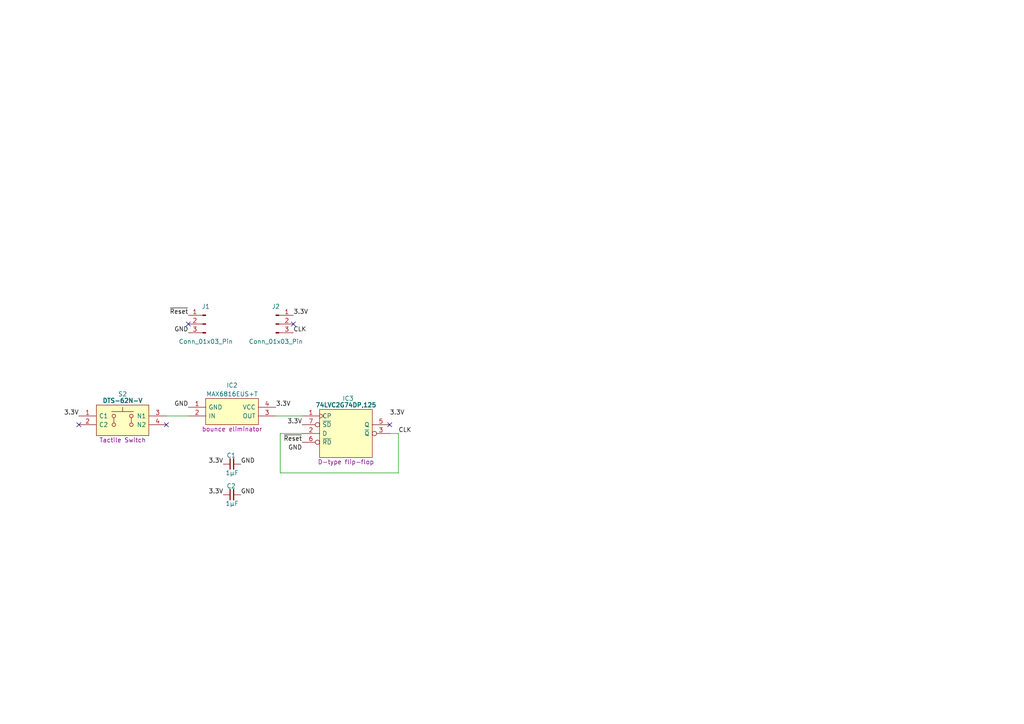
<source format=kicad_sch>
(kicad_sch (version 20230121) (generator eeschema)
  (paper "A4")
  (title_block (title "Push Button Clock") (date "2023-12-06") (rev "V1"))
  (lib_symbols
    (symbol "Connector:Conn_01x03_Pin" (pin_names (offset 1.016) hide)
      (property "Reference" "J" (at 0 5.08 0))
      (property "Value" "Conn_01x03_Pin" (at 0 -5.08 0))
      (symbol "Conn_01x03_Pin_1_1"
        (polyline (pts (xy 1.27 -2.54) (xy 0.8636 -2.54)) (stroke (width 0.1524)))
        (polyline (pts (xy 1.27 0) (xy 0.8636 0)) (stroke (width 0.1524)))
        (polyline (pts (xy 1.27 2.54) (xy 0.8636 2.54)) (stroke (width 0.1524)))
        (rectangle (start 0.8636 -2.413) (end 0 -2.667) (stroke (width 0.1524)) (fill (type outline)))
        (rectangle (start 0.8636 0.127) (end 0 -0.127) (stroke (width 0.1524)) (fill (type outline)))
        (rectangle (start 0.8636 2.667) (end 0 2.413) (stroke (width 0.1524)) (fill (type outline)))
        (pin passive line (at 5.08 2.54 180) (length 3.81) (name "Pin_1") (number "1"))
        (pin passive line (at 5.08 0 180) (length 3.81) (name "Pin_2") (number "2"))
        (pin passive line (at 5.08 -2.54 180) (length 3.81) (name "Pin_3") (number "3"))
      )
    )
    (symbol "Diptronic:DTS-62N-V" (pin_names (offset 0.762))
      (property "Reference" "S" (at 12.7 6.35 0))
      (property "Value" "DTS-62N-V" (at 12.7 4.445 0))
      (property "Description" "Tactile Switch" (at 12.7 -6.985 0))
      (symbol "DTS-62N-V_0_0"
        (pin passive line (at 0 0 0) (length 5.08) (name "C1") (number "1"))
        (pin passive line (at 0 -2.54 0) (length 5.08) (name "C2") (number "2"))
        (pin passive line (at 25.4 0 180) (length 5.08) (name "N1") (number "3"))
        (pin passive line (at 25.4 -2.54 180) (length 5.08) (name "N2") (number "4"))
      )
      (symbol "DTS-62N-V_0_1"
        (polyline (pts (xy 10.16 -1.905) (xy 10.16 -0.635)))
        (polyline (pts (xy 12.7 1.27) (xy 12.7 2.54)))
        (polyline (pts (xy 15.24 -1.905) (xy 15.24 -0.635)))
        (polyline (pts (xy 15.875 1.27) (xy 9.525 1.27)))
        (polyline (pts (xy 5.08 3.175) (xy 20.32 3.175) (xy 20.32 -5.715) (xy 5.08 -5.715) (xy 5.08 3.175)) (stroke (width 0.1524)) (fill (type background)))
        (circle (center 10.16 -2.54) (radius 0.508))
        (circle (center 10.16 0) (radius 0.508))
        (circle (center 15.24 -2.54) (radius 0.508))
        (circle (center 15.24 0) (radius 0.508))
      )
    )
    (symbol "HCP65:C_0805" (pin_numbers hide) (pin_names (offset 0.254) hide)
      (property "Reference" "C" (at 2.286 2.54 0))
      (property "Value" "?μF" (at 2.54 -2.54 0))
      (symbol "C_0805_0_1"
        (polyline (pts (xy 1.9685 -1.4605) (xy 1.9685 1.5875)) (stroke (width 0.3048)))
        (polyline (pts (xy 2.9845 -1.4605) (xy 2.9845 1.5875)) (stroke (width 0.3302)))
      )
      (symbol "C_0805_1_1"
        (pin passive line (at 0 0 0) (length 2.032) (name "~") (number "1"))
        (pin passive line (at 5.08 0 180) (length 2.032) (name "~") (number "2"))
      )
    )
    (symbol "Maxim:MAX6816EUS+T" (pin_names (offset 0.762))
      (property "Reference" "IC" (at 12.7 6.35 0))
      (property "Value" "MAX6816EUS+T" (at 12.7 3.81 0))
      (property "Description" "bounce eliminator" (at 12.7 -6.35 0))
      (symbol "MAX6816EUS+T_0_0"
        (pin passive line (at 0 0 0) (length 5.08) (name "GND") (number "1"))
        (pin input line (at 0 -2.54 0) (length 5.08) (name "IN") (number "2"))
        (pin output line (at 25.4 -2.54 180) (length 5.08) (name "OUT") (number "3"))
        (pin passive line (at 25.4 0 180) (length 5.08) (name "VCC") (number "4"))
      )
      (symbol "MAX6816EUS+T_0_1"
        (polyline (pts (xy 5.08 2.54) (xy 20.32 2.54) (xy 20.32 -5.08) (xy 5.08 -5.08) (xy 5.08 2.54)) (stroke (width 0.1524)) (fill (type background)))
      )
    )
    (symbol "Nexperia:74LVC2G74DP,125" (pin_names (offset 0.762))
      (property "Reference" "IC" (at 13.335 5.08 0))
      (property "Value" "74LVC2G74DP,125" (at 12.7 3.175 0))
      (property "Description" "D-type flip-flop" (at 12.7 -13.335 0))
      (symbol "74LVC2G74DP,125_0_0"
        (pin input line (at 0 -5.08 0) (length 5.08) (name "D") (number "2"))
        (pin output line (at 25.4 -2.54 180) (length 5.08) (name "Q") (number "5"))
      )
      (symbol "74LVC2G74DP,125_0_1"
        (polyline (pts (xy 5.08 1.905) (xy 20.32 1.905) (xy 20.32 -12.065) (xy 5.08 -12.065) (xy 5.08 1.905)) (stroke (width 0.1524)) (fill (type background)))
      )
      (symbol "74LVC2G74DP,125_1_0"
        (pin input clock (at 0 0 0) (length 5.08) (name "CP") (number "1"))
        (pin output inverted (at 25.4 -5.08 180) (length 5.08) (name "~{Q}") (number "3"))
        (pin passive line (at 0 -10.16 0) (length 5.08) hide (name "GND") (number "4"))
        (pin input inverted (at 0 -7.62 0) (length 5.08) (name "~{RD}") (number "6"))
        (pin input inverted (at 0 -2.54 0) (length 5.08) (name "~{SD}") (number "7"))
        (pin passive line (at 25.4 0 180) (length 5.08) hide (name "3V") (number "8"))
      )
    )
  )
  (no_connect (at 54.61 93.98))
  (no_connect (at 113.03 123.19))
  (no_connect (at 85.09 93.98))
  (no_connect (at 48.26 123.19))
  (no_connect (at 22.86 123.19))
  (wire (pts (xy 81.28 137.16) (xy 81.28 125.73)))
  (wire (pts (xy 115.57 125.73) (xy 115.57 137.16)))
  (wire (pts (xy 115.57 137.16) (xy 81.28 137.16)))
  (wire (pts (xy 48.26 120.65) (xy 54.61 120.65)))
  (wire (pts (xy 113.03 125.73) (xy 115.57 125.73)))
  (wire (pts (xy 80.01 120.65) (xy 87.63 120.65)))
  (wire (pts (xy 81.28 125.73) (xy 87.63 125.73)))
  (label "GND" (at 69.85 143.51 0))
  (label "GND" (at 69.85 134.62 0))
  (label "3.3V" (at 113.03 120.65 0))
  (label "~{Reset}" (at 87.63 128.27 180))
  (label "3.3V" (at 64.77 134.62 180))
  (label "~{Reset}" (at 54.61 91.44 180))
  (label "3.3V" (at 85.09 91.44 0))
  (label "GND" (at 54.61 96.52 180))
  (label "GND" (at 87.63 130.81 180))
  (label "3.3V" (at 22.86 120.65 180))
  (label "CLK" (at 85.09 96.52 0))
  (label "CLK" (at 115.57 125.73 0))
  (label "3.3V" (at 80.01 118.11 0))
  (label "3.3V" (at 87.63 123.19 180))
  (label "GND" (at 54.61 118.11 180))
  (label "3.3V" (at 64.77 143.51 180))
  (symbol (lib_id "Connector:Conn_01x03_Pin") (at 80.01 93.98 0) (unit 1)
    (property "Reference" "J2" (at 80.01 88.9 0))
    (property "Value" "Conn_01x03_Pin" (at 80.01 99.06 0))
    (property "Footprint" "Connector_PinHeader_2.54mm:PinHeader_1x03_P2.54mm_Vertical" (effects hide))
  )
  (symbol (lib_id "HCP65:C_0805") (at 64.77 143.51 0) (unit 1)
    (property "Reference" "C2" (at 67.056 140.97 0))
    (property "Value" "1μF" (at 67.31 146.05 0))
    (property "Footprint" "SamacSys_Parts:C_0805" (effects hide))
  )
  (symbol (lib_id "Connector:Conn_01x03_Pin") (at 59.69 93.98 0) (mirror y) (unit 1)
    (property "Reference" "J1" (at 59.69 88.9 0))
    (property "Value" "Conn_01x03_Pin" (at 59.69 99.06 0))
    (property "Footprint" "Connector_PinHeader_2.54mm:PinHeader_1x03_P2.54mm_Vertical" (effects hide))
  )
  (symbol (lib_id "Nexperia:74LVC2G74DP,125") (at 87.63 120.65 0) (unit 1)
    (property "Reference" "IC3" (at 100.965 115.57 0))
    (property "Value" "74LVC2G74DP,125" (at 100.33 117.475 0) (effects (font bold)))
    (property "Footprint" "SOP65P400X110-8N" (effects hide))
    (property "Datasheet" "https://assets.nexperia.com/documents/data-sheet/74LVC2G74.pdf" (effects hide))
    (property "Description" "D-type flip-flop" (at 100.33 133.985 0))
    (property "Height" "1.1" (effects hide))
    (property "Manufacturer_Name" "Nexperia" (effects hide))
    (property "Manufacturer_Part_Number" "74LVC2G74DP,125" (effects hide))
    (property "Mouser Part Number" "771-74LVC2G74DP-G" (effects hide))
    (property "Mouser Price/Stock" "https://www.mouser.co.uk/ProductDetail/Nexperia/74LVC2G74DP125?qs=me8TqzrmIYX1iMHaYTXJug%3D%3D" (effects hide))
    (property "Silkscreen" "'2G74" (effects hide))
  )
  (symbol (lib_id "HCP65:C_0805") (at 64.77 134.62 0) (unit 1)
    (property "Reference" "C1" (at 67.056 132.08 0))
    (property "Value" "1μF" (at 67.31 137.16 0))
    (property "Footprint" "SamacSys_Parts:C_0805" (effects hide))
  )
  (symbol (lib_id "Maxim:MAX6816EUS+T") (at 54.61 118.11 0) (unit 1)
    (property "Reference" "IC2" (at 67.31 111.76 0))
    (property "Value" "MAX6816EUS+T" (at 67.31 114.3 0))
    (property "Footprint" "MAX812REUST" (effects hide))
    (property "Datasheet" "http://datasheets.maximintegrated.com/en/ds/MAX6816-MAX6818.pdf" (effects hide))
    (property "Description" "bounce eliminator" (at 67.31 124.46 0))
    (property "Height" "1.22" (effects hide))
    (property "Manufacturer_Name" "Maxim Integrated" (effects hide))
    (property "Manufacturer_Part_Number" "MAX6816EUS+T" (effects hide))
    (property "Mouser Part Number" "700-MAX6816EUST" (effects hide))
    (property "Mouser Price/Stock" "https://www.mouser.co.uk/ProductDetail/Maxim-Integrated/MAX6816EUS%2bT?qs=1THa7WoU59EAx6vXEummCg%3D%3D" (effects hide))
    (property "Arrow Part Number" "MAX6816EUS+T" (effects hide))
    (property "Arrow Price/Stock" "https://www.arrow.com/en/products/max6816eust/maxim-integrated?region=nac" (effects hide))
    (property "Silkscreen" "MAX6816" (effects hide))
  )
  (symbol (lib_id "Diptronic:DTS-62N-V") (at 22.86 120.65 0) (unit 1)
    (property "Reference" "S2" (at 35.56 114.3 0))
    (property "Value" "DTS-62N-V" (at 35.56 116.205 0) (effects (font bold)))
    (property "Footprint" "DTS62NV" (effects hide))
    (property "Datasheet" "http://akizukidenshi.com/download/ds/cosland/DTS-6-V.PDF" (effects hide))
    (property "Description" "Tactile Switch" (at 35.56 127.635 0))
    (property "Height" "7" (effects hide))
    (property "Manufacturer_Name" "Diptronics" (effects hide))
    (property "Manufacturer_Part_Number" "DTS-62N-V" (effects hide))
    (property "Mouser Part Number" "113-DTS-62N-V" (effects hide))
    (property "Mouser Price/Stock" "https://www.mouser.co.uk/ProductDetail/Diptronics/DTS-62N-V?qs=gTYE2QTfZfSKTB5KYn%252Brkw%3D%3D" (effects hide))
  )
)
</source>
